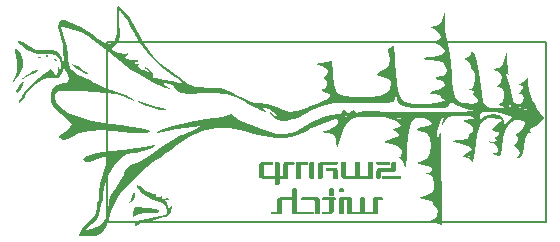
<source format=gbr>
%TF.GenerationSoftware,KiCad,Pcbnew,8.0.2-1*%
%TF.CreationDate,2024-09-02T18:13:03-04:00*%
%TF.ProjectId,usb-power,7573622d-706f-4776-9572-2e6b69636164,rev?*%
%TF.SameCoordinates,Original*%
%TF.FileFunction,Legend,Bot*%
%TF.FilePolarity,Positive*%
%FSLAX46Y46*%
G04 Gerber Fmt 4.6, Leading zero omitted, Abs format (unit mm)*
G04 Created by KiCad (PCBNEW 8.0.2-1) date 2024-09-02 18:13:03*
%MOMM*%
%LPD*%
G01*
G04 APERTURE LIST*
%ADD10C,0.200000*%
%ADD11C,0.275000*%
%ADD12C,0.000000*%
G04 APERTURE END LIST*
D10*
X131500000Y-85100000D02*
X168700000Y-85100000D01*
X168700000Y-100300000D01*
X131500000Y-100300000D01*
X131500000Y-85100000D01*
D11*
G36*
X154620648Y-96670000D02*
G01*
X154392818Y-96670000D01*
X154341234Y-96650216D01*
X154319204Y-96604933D01*
X154319204Y-96145952D01*
X154324517Y-96054156D01*
X154343384Y-95968339D01*
X154387605Y-95885635D01*
X154421297Y-95851835D01*
X154511920Y-95802644D01*
X154563691Y-95788527D01*
X154673880Y-95773241D01*
X154774863Y-95769623D01*
X155534116Y-95769623D01*
X155578178Y-95759511D01*
X155587850Y-95703677D01*
X155587850Y-95300530D01*
X155610955Y-95254808D01*
X155666301Y-95235024D01*
X155922609Y-95235024D01*
X155980104Y-95254368D01*
X156004284Y-95299211D01*
X156004284Y-95735331D01*
X155998971Y-95826399D01*
X155980104Y-95911625D01*
X155935177Y-95993166D01*
X155901116Y-96026810D01*
X155809269Y-96075208D01*
X155757110Y-96089239D01*
X155645712Y-96103814D01*
X155543788Y-96107264D01*
X154752295Y-96107264D01*
X154707159Y-96118255D01*
X154697487Y-96175408D01*
X154697487Y-96604933D01*
X154674919Y-96650655D01*
X154620648Y-96670000D01*
G37*
G36*
X156451346Y-96489309D02*
G01*
X156451346Y-96604933D01*
X156427703Y-96650655D01*
X156372895Y-96670000D01*
X154907047Y-96670000D01*
X154858687Y-96655052D01*
X154835045Y-96620321D01*
X154835045Y-96509972D01*
X154845791Y-96451060D01*
X154909734Y-96425122D01*
X156373970Y-96425122D01*
X156428241Y-96444466D01*
X156451346Y-96489309D01*
G37*
G36*
X155409455Y-95479902D02*
G01*
X154389594Y-95479902D01*
X154339622Y-95460118D01*
X154319204Y-95414396D01*
X154319204Y-95298332D01*
X154342846Y-95253928D01*
X154397654Y-95235024D01*
X155410530Y-95235024D01*
X155465338Y-95254808D01*
X155488443Y-95300530D01*
X155488443Y-95414396D01*
X155464800Y-95460558D01*
X155409455Y-95479902D01*
G37*
G36*
X151443391Y-95235024D02*
G01*
X151703998Y-95235024D01*
X151758806Y-95254368D01*
X151781911Y-95299651D01*
X151781911Y-96353461D01*
X151797494Y-96401381D01*
X151838331Y-96425122D01*
X152496566Y-96425122D01*
X152496566Y-95297013D01*
X152519671Y-95253489D01*
X152573405Y-95235024D01*
X152836698Y-95235024D01*
X152890432Y-95254368D01*
X152913000Y-95299651D01*
X152913000Y-96425122D01*
X153627654Y-96425122D01*
X153627654Y-95297013D01*
X153646999Y-95253928D01*
X153698583Y-95235024D01*
X153967250Y-95235024D01*
X154021520Y-95254368D01*
X154044089Y-95299651D01*
X154044089Y-96604494D01*
X154020983Y-96650655D01*
X153965100Y-96670000D01*
X151584172Y-96670000D01*
X151480467Y-96646259D01*
X151413300Y-96587348D01*
X151376761Y-96509972D01*
X151365477Y-96425561D01*
X151365477Y-95299651D01*
X151388583Y-95254808D01*
X151443391Y-95235024D01*
G37*
G36*
X149431074Y-96670000D02*
G01*
X149375728Y-96650655D01*
X149352086Y-96605373D01*
X149352086Y-95606078D01*
X149357399Y-95515422D01*
X149376266Y-95430662D01*
X149420719Y-95349311D01*
X149454717Y-95315917D01*
X149546078Y-95267330D01*
X149598185Y-95253489D01*
X149708204Y-95238558D01*
X149808820Y-95235024D01*
X150978059Y-95235024D01*
X151033405Y-95253049D01*
X151057047Y-95297013D01*
X151057047Y-95412637D01*
X151035554Y-95460558D01*
X150977522Y-95479902D01*
X149822791Y-95479902D01*
X149778192Y-95490453D01*
X149768520Y-95541451D01*
X149768520Y-96602295D01*
X149745414Y-96649776D01*
X149690069Y-96670000D01*
X149431074Y-96670000D01*
G37*
G36*
X150126384Y-95994717D02*
G01*
X150071039Y-95975373D01*
X150047396Y-95930090D01*
X150047396Y-95814466D01*
X150071039Y-95769183D01*
X150126922Y-95749839D01*
X150649211Y-95749839D01*
X150757013Y-95753896D01*
X150860920Y-95768304D01*
X150962234Y-95803710D01*
X151003851Y-95831172D01*
X151064251Y-95905110D01*
X151082302Y-95947236D01*
X151101419Y-96038566D01*
X151105945Y-96124410D01*
X151105945Y-96602295D01*
X151082302Y-96649776D01*
X151026419Y-96670000D01*
X150770648Y-96670000D01*
X150689511Y-96603175D01*
X150689511Y-96061981D01*
X150679839Y-96005708D01*
X150635240Y-95994717D01*
X150126384Y-95994717D01*
G37*
G36*
X146023837Y-96670000D02*
G01*
X145973865Y-96655052D01*
X145949685Y-96619881D01*
X145949685Y-96508213D01*
X145961507Y-96450181D01*
X146027061Y-96425122D01*
X146427375Y-96425122D01*
X146427375Y-95478143D01*
X146438659Y-95394173D01*
X146474661Y-95317236D01*
X146540753Y-95258764D01*
X146643384Y-95235024D01*
X147318813Y-95235024D01*
X147374158Y-95254808D01*
X147397264Y-95300969D01*
X147397264Y-95414396D01*
X147373621Y-95460558D01*
X147318276Y-95479902D01*
X146897543Y-95479902D01*
X146858855Y-95503642D01*
X146843809Y-95551123D01*
X146843809Y-96604494D01*
X146820167Y-96650655D01*
X146764821Y-96670000D01*
X146023837Y-96670000D01*
G37*
G36*
X147948031Y-96604494D02*
G01*
X147925463Y-96650655D01*
X147871193Y-96670000D01*
X147607899Y-96670000D01*
X147554165Y-96650655D01*
X147531597Y-96605373D01*
X147531597Y-95318115D01*
X147542881Y-95260083D01*
X147607361Y-95235024D01*
X148462798Y-95235024D01*
X148519755Y-95254808D01*
X148543935Y-95300969D01*
X148543935Y-95414396D01*
X148519755Y-95460558D01*
X148462798Y-95479902D01*
X147948031Y-95479902D01*
X147948031Y-96604494D01*
G37*
G36*
X148662686Y-95305806D02*
G01*
X148684717Y-95258325D01*
X148738987Y-95235024D01*
X148999057Y-95235024D01*
X149056015Y-95258764D01*
X149079120Y-95306685D01*
X149079120Y-96604494D01*
X149056552Y-96650655D01*
X149002281Y-96670000D01*
X148733614Y-96670000D01*
X148682030Y-96650216D01*
X148662686Y-96605373D01*
X148662686Y-95305806D01*
G37*
G36*
X145724542Y-95307124D02*
G01*
X145747648Y-95258764D01*
X145804068Y-95235024D01*
X146061451Y-95235024D01*
X146117871Y-95258764D01*
X146140976Y-95307124D01*
X146140976Y-97111395D01*
X146117333Y-97157117D01*
X146061988Y-97176461D01*
X145804068Y-97176461D01*
X145748722Y-97157117D01*
X145724542Y-97111835D01*
X145724542Y-96670000D01*
X144833642Y-96670000D01*
X144722951Y-96665493D01*
X144629455Y-96651974D01*
X144526942Y-96614533D01*
X144489748Y-96589546D01*
X144429117Y-96516023D01*
X144411297Y-96474361D01*
X144391745Y-96384021D01*
X144387117Y-96298946D01*
X144387117Y-95606078D01*
X144392430Y-95515422D01*
X144411297Y-95430662D01*
X144456687Y-95349311D01*
X144491360Y-95315917D01*
X144584199Y-95267330D01*
X144636978Y-95253489D01*
X144749320Y-95238558D01*
X144852449Y-95235024D01*
X145482742Y-95235024D01*
X145538087Y-95254368D01*
X145561730Y-95299651D01*
X145561730Y-95415275D01*
X145538087Y-95460558D01*
X145482742Y-95479902D01*
X144857822Y-95479902D01*
X144813223Y-95490453D01*
X144803551Y-95546287D01*
X144803551Y-96358297D01*
X144813223Y-96414570D01*
X144857822Y-96425122D01*
X145724542Y-96425122D01*
X145724542Y-95307124D01*
G37*
G36*
X154113942Y-98259024D02*
G01*
X154827522Y-98259024D01*
X154882330Y-98278368D01*
X154905973Y-98323651D01*
X154905973Y-98439275D01*
X154882330Y-98484558D01*
X154828059Y-98503902D01*
X154458911Y-98503902D01*
X154458911Y-99628494D01*
X154435805Y-99674655D01*
X154380997Y-99694000D01*
X152023712Y-99694000D01*
X151921081Y-99670259D01*
X151854451Y-99611787D01*
X151818450Y-99534411D01*
X151807166Y-99450001D01*
X151807166Y-98325849D01*
X151830271Y-98279247D01*
X151885079Y-98259024D01*
X152145687Y-98259024D01*
X152200495Y-98278368D01*
X152223600Y-98323651D01*
X152223600Y-99377461D01*
X152238645Y-99425381D01*
X152277333Y-99449122D01*
X152911388Y-99449122D01*
X152911388Y-98323651D01*
X152933956Y-98278368D01*
X152988227Y-98259024D01*
X153251520Y-98259024D01*
X153305254Y-98278368D01*
X153327822Y-98323651D01*
X153327822Y-99449122D01*
X154042476Y-99449122D01*
X154042476Y-98323651D01*
X154062358Y-98278808D01*
X154113942Y-98259024D01*
G37*
G36*
X151555156Y-99622339D02*
G01*
X151532588Y-99670699D01*
X151476705Y-99694000D01*
X151217173Y-99694000D01*
X151161827Y-99670699D01*
X151138722Y-99621899D01*
X151138722Y-98324530D01*
X151162365Y-98278808D01*
X151217173Y-98259024D01*
X152084430Y-98259024D01*
X152133328Y-98273972D01*
X152156971Y-98309143D01*
X152156971Y-98420810D01*
X152145687Y-98478842D01*
X152081744Y-98503902D01*
X151555156Y-98503902D01*
X151555156Y-99622339D01*
G37*
G36*
X151217173Y-97499331D02*
G01*
X151474019Y-97499331D01*
X151530976Y-97518675D01*
X151555156Y-97563958D01*
X151555156Y-97772785D01*
X151531513Y-97818068D01*
X151476168Y-97836972D01*
X151217173Y-97836972D01*
X151162365Y-97817628D01*
X151138722Y-97772346D01*
X151138722Y-97563518D01*
X151162365Y-97518675D01*
X151217173Y-97499331D01*
G37*
G36*
X149741116Y-98439275D02*
G01*
X149741116Y-98323651D01*
X149764758Y-98278368D01*
X149819567Y-98259024D01*
X150865219Y-98259024D01*
X150921102Y-98278368D01*
X150944744Y-98323651D01*
X150944744Y-98439275D01*
X150921102Y-98484558D01*
X150865219Y-98503902D01*
X150707780Y-98503902D01*
X150707780Y-99314153D01*
X150702585Y-99405414D01*
X150684137Y-99491327D01*
X150640147Y-99574599D01*
X150606761Y-99609150D01*
X150516877Y-99659758D01*
X150465442Y-99674655D01*
X150356198Y-99690297D01*
X150256419Y-99694000D01*
X149824940Y-99694000D01*
X149765833Y-99671578D01*
X149741116Y-99624097D01*
X149741116Y-99511990D01*
X149764758Y-99468026D01*
X149820104Y-99449122D01*
X150237613Y-99449122D01*
X150282211Y-99438570D01*
X150291346Y-99382297D01*
X150291346Y-98503902D01*
X149819029Y-98503902D01*
X149764758Y-98484558D01*
X149741116Y-98439275D01*
G37*
G36*
X150628792Y-97499331D02*
G01*
X150684137Y-97518675D01*
X150707780Y-97563078D01*
X150707780Y-98054593D01*
X150684137Y-98099436D01*
X150628792Y-98118340D01*
X150370334Y-98118340D01*
X150314989Y-98099436D01*
X150291346Y-98054593D01*
X150291346Y-97563078D01*
X150314989Y-97518675D01*
X150370334Y-97499331D01*
X150628792Y-97499331D01*
G37*
G36*
X149133391Y-98575563D02*
G01*
X149118345Y-98527642D01*
X149079120Y-98503902D01*
X148021109Y-98503902D01*
X147956629Y-98479282D01*
X147945882Y-98421690D01*
X147945882Y-98306065D01*
X147975435Y-98273532D01*
X148021646Y-98259024D01*
X149332204Y-98259024D01*
X149435910Y-98282764D01*
X149502539Y-98341676D01*
X149538541Y-98418612D01*
X149549825Y-98502583D01*
X149549825Y-99617942D01*
X149527257Y-99668501D01*
X149471374Y-99694000D01*
X149209155Y-99694000D01*
X149154347Y-99668940D01*
X149133391Y-99619261D01*
X149133391Y-98575563D01*
G37*
G36*
X148006601Y-99694000D02*
G01*
X147957166Y-99678612D01*
X147933523Y-99643881D01*
X147933523Y-99532213D01*
X147944270Y-99474181D01*
X148009287Y-99449122D01*
X148954996Y-99449122D01*
X149010341Y-99468905D01*
X149033984Y-99515067D01*
X149033984Y-99628494D01*
X149010341Y-99674655D01*
X148955533Y-99694000D01*
X148006601Y-99694000D01*
G37*
G36*
X145452651Y-99694000D02*
G01*
X145395694Y-99675095D01*
X145371513Y-99629373D01*
X145371513Y-99513748D01*
X145396231Y-99468466D01*
X145453188Y-99449122D01*
X145883593Y-99449122D01*
X145883593Y-98630517D01*
X145888788Y-98539546D01*
X145907236Y-98454662D01*
X145951457Y-98373311D01*
X145985149Y-98339917D01*
X146074779Y-98291330D01*
X146125931Y-98277489D01*
X146234741Y-98262558D01*
X146334416Y-98259024D01*
X147224779Y-98259024D01*
X147224779Y-97571431D01*
X147247885Y-97523071D01*
X147303230Y-97499331D01*
X147562763Y-97499331D01*
X147618645Y-97523071D01*
X147641213Y-97571431D01*
X147641213Y-99449122D01*
X148027019Y-99449122D01*
X148081827Y-99468466D01*
X148105470Y-99513748D01*
X148105470Y-99629373D01*
X148081827Y-99674655D01*
X148026482Y-99694000D01*
X147303230Y-99694000D01*
X147248422Y-99674655D01*
X147224779Y-99629373D01*
X147224779Y-98503902D01*
X146352686Y-98503902D01*
X146309699Y-98514453D01*
X146300027Y-98570287D01*
X146300027Y-99627175D01*
X146276384Y-99674216D01*
X146219964Y-99694000D01*
X145452651Y-99694000D01*
G37*
D12*
%TO.C,G\u002A\u002A\u002A*%
G36*
X156052381Y-85047739D02*
G01*
X155976786Y-85123334D01*
X155901191Y-85047739D01*
X155976786Y-84972143D01*
X156052381Y-85047739D01*
G37*
G36*
X125915080Y-86383254D02*
G01*
X125938733Y-86428730D01*
X125814286Y-86484048D01*
X125734246Y-86473137D01*
X125713492Y-86383254D01*
X125735652Y-86365160D01*
X125915080Y-86383254D01*
G37*
G36*
X126519842Y-86232064D02*
G01*
X126543495Y-86277539D01*
X126419048Y-86332858D01*
X126339008Y-86321947D01*
X126318254Y-86232064D01*
X126340414Y-86213969D01*
X126519842Y-86232064D01*
G37*
G36*
X127265033Y-86658599D02*
G01*
X127301819Y-86743091D01*
X127198361Y-86725271D01*
X127131197Y-86678600D01*
X127023810Y-86550721D01*
X127025282Y-86529584D01*
X127112800Y-86496289D01*
X127265033Y-86658599D01*
G37*
G36*
X128836926Y-87029751D02*
G01*
X129212121Y-87253161D01*
X129582842Y-87511889D01*
X129879613Y-87748113D01*
X129931309Y-87840798D01*
X129735840Y-87781755D01*
X129291117Y-87562794D01*
X128980719Y-87382161D01*
X128661312Y-87146598D01*
X128536986Y-86980532D01*
X128594056Y-86943713D01*
X128836926Y-87029751D01*
G37*
G36*
X124534551Y-88508462D02*
G01*
X124441132Y-88727092D01*
X124225014Y-89056689D01*
X124215785Y-89069182D01*
X123985203Y-89357715D01*
X123876231Y-89413593D01*
X123848810Y-89258283D01*
X123850385Y-89228581D01*
X123950554Y-88959312D01*
X124150022Y-88682487D01*
X124369156Y-88490033D01*
X124528322Y-88473877D01*
X124534551Y-88508462D01*
G37*
G36*
X125699049Y-87504340D02*
G01*
X125441202Y-87682724D01*
X125036858Y-87917454D01*
X124687064Y-88094433D01*
X124425132Y-88194992D01*
X124366001Y-88166520D01*
X124371435Y-88158361D01*
X124564839Y-87992474D01*
X124897900Y-87784955D01*
X125272524Y-87587722D01*
X125590621Y-87452697D01*
X125754100Y-87431798D01*
X125699049Y-87504340D01*
G37*
G36*
X133918891Y-97860869D02*
G01*
X133919152Y-98062485D01*
X133876619Y-98187383D01*
X133827381Y-98424285D01*
X133785107Y-98506680D01*
X133562798Y-98647663D01*
X133536140Y-98657674D01*
X133387400Y-98688439D01*
X133487203Y-98558005D01*
X133575847Y-98436705D01*
X133676191Y-98095477D01*
X133702945Y-97948333D01*
X133843557Y-97823334D01*
X133918891Y-97860869D01*
G37*
G36*
X134469941Y-90206940D02*
G01*
X134746129Y-90291644D01*
X135231747Y-90429635D01*
X135792857Y-90581796D01*
X136255783Y-90709407D01*
X136494098Y-90794276D01*
X136483982Y-90838119D01*
X136249351Y-90855263D01*
X136005849Y-90837749D01*
X135475441Y-90724308D01*
X134926434Y-90538370D01*
X134669589Y-90428379D01*
X134306796Y-90255138D01*
X134133720Y-90146784D01*
X134178667Y-90123868D01*
X134469941Y-90206940D01*
G37*
G36*
X123807336Y-85689978D02*
G01*
X124061962Y-85895697D01*
X124246691Y-86097015D01*
X124446788Y-86615285D01*
X124382855Y-87221226D01*
X124055034Y-87874433D01*
X123929149Y-88052043D01*
X123711163Y-88337064D01*
X123599433Y-88449524D01*
X123592651Y-88433434D01*
X123644192Y-88235589D01*
X123778427Y-87884562D01*
X123868291Y-87613181D01*
X123929580Y-86806928D01*
X123748537Y-85830634D01*
X123722499Y-85684325D01*
X123807336Y-85689978D01*
G37*
G36*
X134790585Y-99122390D02*
G01*
X135090516Y-99157964D01*
X135659730Y-99253766D01*
X135951686Y-99354730D01*
X135958038Y-99456746D01*
X135670440Y-99555705D01*
X135253934Y-99600171D01*
X134881709Y-99560753D01*
X134613959Y-99545234D01*
X134203274Y-99700677D01*
X133929027Y-99865669D01*
X133757105Y-99940000D01*
X133692144Y-99861030D01*
X133688114Y-99597558D01*
X133770050Y-99266568D01*
X133810527Y-99189927D01*
X133960561Y-99097573D01*
X134263028Y-99078482D01*
X134790585Y-99122390D01*
G37*
G36*
X134311752Y-97313279D02*
G01*
X134734524Y-97596548D01*
X134844728Y-97673493D01*
X135233062Y-97888254D01*
X135528773Y-97974524D01*
X135680377Y-98004017D01*
X135707252Y-98141912D01*
X135706358Y-98240186D01*
X135944048Y-98201310D01*
X135958738Y-98196697D01*
X136183151Y-98160447D01*
X136170834Y-98276905D01*
X136152703Y-98393419D01*
X136365962Y-98362548D01*
X136568867Y-98335033D01*
X136770724Y-98420214D01*
X136781078Y-98501067D01*
X136594460Y-98479707D01*
X136554883Y-98466056D01*
X136409508Y-98444947D01*
X136511012Y-98587272D01*
X136612426Y-98741888D01*
X136710627Y-99100893D01*
X136717420Y-99255203D01*
X136750117Y-99322319D01*
X136851191Y-99108453D01*
X136900188Y-98997739D01*
X136970012Y-98903732D01*
X136991755Y-99080595D01*
X136924523Y-99474008D01*
X136708111Y-99806204D01*
X136410764Y-99940000D01*
X136378962Y-99941184D01*
X136032096Y-100012067D01*
X135608358Y-100158861D01*
X135549305Y-100182321D01*
X135120779Y-100295324D01*
X134785583Y-100299541D01*
X134593803Y-100292962D01*
X134289676Y-100458656D01*
X134155549Y-100592311D01*
X133960059Y-100695953D01*
X133855760Y-100652985D01*
X133850782Y-100481296D01*
X134015698Y-100295031D01*
X134090081Y-100260094D01*
X134430211Y-100158677D01*
X134885044Y-100065047D01*
X135544433Y-99950885D01*
X136108380Y-99830560D01*
X136448134Y-99707542D01*
X136604990Y-99557039D01*
X136620248Y-99354258D01*
X136535204Y-99074408D01*
X136512860Y-99022927D01*
X136245637Y-98758550D01*
X135723523Y-98565091D01*
X135506254Y-98503505D01*
X135169575Y-98370854D01*
X135036905Y-98258957D01*
X135015056Y-98200797D01*
X134820415Y-98125715D01*
X134789170Y-98121787D01*
X134548771Y-97971913D01*
X134280953Y-97672143D01*
X134097244Y-97373956D01*
X134098073Y-97239290D01*
X134311752Y-97313279D01*
G37*
G36*
X132732980Y-82183451D02*
G01*
X133051390Y-82556382D01*
X133436894Y-83105442D01*
X133861121Y-83791473D01*
X134295699Y-84575317D01*
X134761442Y-85392974D01*
X135380754Y-86246458D01*
X136100025Y-86965653D01*
X137000872Y-87643117D01*
X137052957Y-87678323D01*
X137585353Y-88044504D01*
X138060586Y-88381380D01*
X138381253Y-88620018D01*
X138625296Y-88773543D01*
X138951663Y-88876701D01*
X139425708Y-88935325D01*
X140124619Y-88964674D01*
X140642646Y-88981290D01*
X141168654Y-89027962D01*
X141595445Y-89130847D01*
X142040104Y-89321174D01*
X142619718Y-89630174D01*
X142905965Y-89784537D01*
X143515138Y-90071429D01*
X144007045Y-90220872D01*
X144472151Y-90263810D01*
X145075328Y-90334726D01*
X145922619Y-90641786D01*
X146245512Y-90791694D01*
X146952017Y-90986312D01*
X147640804Y-90945719D01*
X148417262Y-90671158D01*
X148672899Y-90558322D01*
X149284837Y-90310121D01*
X149821816Y-90117274D01*
X149824834Y-90116303D01*
X150241152Y-89918450D01*
X150425721Y-89697767D01*
X150363892Y-89503264D01*
X150041015Y-89383949D01*
X149962116Y-89368555D01*
X149742863Y-89252563D01*
X149721939Y-89118506D01*
X149929167Y-89054286D01*
X150075528Y-88967220D01*
X150153383Y-88715031D01*
X150119935Y-88433205D01*
X149968315Y-88260986D01*
X149886335Y-88152734D01*
X150050659Y-87928457D01*
X150118546Y-87856049D01*
X150259870Y-87572366D01*
X150121062Y-87343003D01*
X149691026Y-87143748D01*
X149173215Y-86971900D01*
X150533929Y-86699552D01*
X150644757Y-87687931D01*
X150675697Y-87964930D01*
X150762643Y-88658548D01*
X150867899Y-89121427D01*
X151035762Y-89405918D01*
X151310534Y-89564373D01*
X151736512Y-89649143D01*
X152357997Y-89712579D01*
X152643640Y-89737000D01*
X153744500Y-89761645D01*
X154593628Y-89653613D01*
X155185014Y-89415071D01*
X155512644Y-89048183D01*
X155570506Y-88555118D01*
X155536180Y-88428800D01*
X155333479Y-88221968D01*
X154898549Y-88071548D01*
X154534956Y-87958147D01*
X154423347Y-87830316D01*
X154582300Y-87658740D01*
X154919670Y-87466786D01*
X155628284Y-87466786D01*
X155629281Y-87513737D01*
X155655457Y-87714552D01*
X155703583Y-87652897D01*
X155727890Y-87499467D01*
X155697981Y-87199325D01*
X155691956Y-87185846D01*
X155644627Y-87208579D01*
X155628284Y-87466786D01*
X154919670Y-87466786D01*
X155017652Y-87411037D01*
X155040075Y-87399027D01*
X155377699Y-87063809D01*
X155522501Y-86608106D01*
X155433571Y-86155418D01*
X155345580Y-85963550D01*
X155321201Y-85675974D01*
X155523215Y-85576905D01*
X155628283Y-85556409D01*
X155774531Y-85387917D01*
X155791839Y-85433068D01*
X155826138Y-85724027D01*
X155871348Y-86217654D01*
X155922266Y-86862024D01*
X155988554Y-87720517D01*
X156072778Y-88598912D01*
X156170906Y-89244444D01*
X156300408Y-89696140D01*
X156478758Y-89993023D01*
X156723425Y-90174121D01*
X157051882Y-90278459D01*
X157481600Y-90345061D01*
X157777019Y-90362419D01*
X158239550Y-90351683D01*
X158757577Y-90313361D01*
X159271573Y-90255523D01*
X159722012Y-90186241D01*
X160049368Y-90113587D01*
X160194115Y-90045632D01*
X160096727Y-89990449D01*
X159957823Y-89931241D01*
X159832143Y-89723557D01*
X159831591Y-89709459D01*
X159688189Y-89556971D01*
X159277778Y-89507858D01*
X158946959Y-89483356D01*
X158851164Y-89404394D01*
X159038686Y-89281453D01*
X159503136Y-89125375D01*
X159511488Y-89123007D01*
X159932303Y-88934453D01*
X160111514Y-88709668D01*
X160036535Y-88499305D01*
X159694782Y-88354016D01*
X159523685Y-88308344D01*
X159328711Y-88174447D01*
X159411152Y-88050490D01*
X159760151Y-87995953D01*
X159977391Y-87958235D01*
X160243457Y-87766451D01*
X160339137Y-87495202D01*
X160208607Y-87238745D01*
X160097483Y-87116023D01*
X160059725Y-86936331D01*
X160076585Y-86887979D01*
X159948535Y-86754707D01*
X159569966Y-86666891D01*
X158979307Y-86635239D01*
X158794426Y-86630742D01*
X158466982Y-86580616D01*
X158395834Y-86484048D01*
X158398478Y-86480042D01*
X158608609Y-86375329D01*
X158971721Y-86330793D01*
X159577379Y-86283220D01*
X159993053Y-86131364D01*
X160134524Y-85880165D01*
X160090457Y-85662809D01*
X159829347Y-85396769D01*
X159302977Y-85195248D01*
X158849405Y-85074276D01*
X159301130Y-84984247D01*
X159589917Y-84888203D01*
X159789741Y-84668463D01*
X159710673Y-84397062D01*
X159350176Y-84118804D01*
X158849405Y-83852737D01*
X159298323Y-83769202D01*
X159535787Y-83699699D01*
X159762635Y-83494526D01*
X159929263Y-83081584D01*
X160111286Y-82477500D01*
X160122905Y-83536315D01*
X160158587Y-84106114D01*
X160273047Y-84919913D01*
X160436905Y-85652500D01*
X160545100Y-86095461D01*
X160685919Y-86963044D01*
X160740129Y-87768686D01*
X160753565Y-88280179D01*
X160846552Y-89114834D01*
X161019899Y-89738644D01*
X161264063Y-90108976D01*
X161267436Y-90111731D01*
X161551702Y-90231892D01*
X161971063Y-90299648D01*
X162417904Y-90311916D01*
X162784607Y-90265614D01*
X162963556Y-90157658D01*
X162926386Y-89967566D01*
X162718153Y-89711029D01*
X162693186Y-89689338D01*
X162517361Y-89472172D01*
X162594575Y-89328126D01*
X162606940Y-89319747D01*
X162603088Y-89234439D01*
X162326786Y-89192721D01*
X162060891Y-89177769D01*
X162012469Y-89145315D01*
X162231872Y-89074757D01*
X162245578Y-89070831D01*
X162467928Y-88953458D01*
X162588346Y-88711166D01*
X162652307Y-88255324D01*
X162670575Y-87875497D01*
X162621445Y-87578451D01*
X162473950Y-87444320D01*
X162360469Y-87366516D01*
X162311764Y-87149033D01*
X162287994Y-86965216D01*
X162080527Y-86729330D01*
X161771338Y-86512766D01*
X162097794Y-86409153D01*
X162291137Y-86303432D01*
X162337618Y-86079780D01*
X162315714Y-85959603D01*
X162436190Y-85915754D01*
X162566846Y-86052701D01*
X162735346Y-86490788D01*
X162905894Y-87217706D01*
X163076788Y-88225910D01*
X163246327Y-89507858D01*
X163249320Y-89532696D01*
X163370261Y-90136263D01*
X163592386Y-90496638D01*
X163977083Y-90668817D01*
X164585743Y-90707798D01*
X164833197Y-90703201D01*
X165121099Y-90682501D01*
X165136318Y-90662063D01*
X166360077Y-90662063D01*
X166484524Y-90717381D01*
X166564564Y-90706470D01*
X166585318Y-90616588D01*
X166563158Y-90598493D01*
X166383731Y-90616588D01*
X166360077Y-90662063D01*
X165136318Y-90662063D01*
X165156485Y-90634979D01*
X164972619Y-90546790D01*
X164872627Y-90503195D01*
X165589317Y-90503195D01*
X165613528Y-90651807D01*
X165680662Y-90594539D01*
X165704817Y-90507109D01*
X165668726Y-90304757D01*
X165617115Y-90307099D01*
X165589317Y-90503195D01*
X164872627Y-90503195D01*
X164785252Y-90465101D01*
X164699890Y-90366183D01*
X164859227Y-90246480D01*
X165025142Y-90075441D01*
X165124465Y-89727136D01*
X165093069Y-89342689D01*
X164944389Y-89030329D01*
X164691860Y-88898287D01*
X164604558Y-88894026D01*
X164539491Y-88842327D01*
X164719321Y-88684380D01*
X164893141Y-88475796D01*
X164962149Y-88099423D01*
X164830636Y-87743270D01*
X164519048Y-87525633D01*
X164518935Y-87525602D01*
X164255905Y-87440853D01*
X164271817Y-87382633D01*
X164576606Y-87314506D01*
X164613568Y-87307156D01*
X164899212Y-87193588D01*
X165088664Y-86947029D01*
X165249529Y-86484048D01*
X165398920Y-85954881D01*
X165414620Y-86635239D01*
X165419751Y-86789440D01*
X165455125Y-87302262D01*
X165506954Y-87693572D01*
X165539323Y-87863106D01*
X165535862Y-87950282D01*
X165439921Y-87769167D01*
X165343670Y-87618506D01*
X165285627Y-87657826D01*
X165300790Y-87796132D01*
X165415297Y-88111397D01*
X165498930Y-88334055D01*
X165620907Y-88781811D01*
X165739276Y-89323295D01*
X165798701Y-89622403D01*
X165909239Y-90068914D01*
X166029684Y-90296795D01*
X166199533Y-90360500D01*
X166458286Y-90314479D01*
X166482030Y-90307466D01*
X166706338Y-90129249D01*
X166797630Y-89860303D01*
X166744786Y-89615037D01*
X166536687Y-89507858D01*
X166416070Y-89502626D01*
X166370665Y-89436430D01*
X166536687Y-89231369D01*
X166731956Y-88981159D01*
X166751222Y-88802735D01*
X166522322Y-88739969D01*
X166358066Y-88713815D01*
X166484524Y-88646165D01*
X166702602Y-88512403D01*
X166989013Y-88242327D01*
X166997849Y-88232118D01*
X167162238Y-88062769D01*
X167181901Y-88088597D01*
X167150510Y-88274125D01*
X167176886Y-88675984D01*
X167259668Y-89169247D01*
X167377877Y-89655780D01*
X167510538Y-90037451D01*
X167636675Y-90216128D01*
X167724504Y-90267628D01*
X167845238Y-90486382D01*
X167845987Y-90500333D01*
X167947163Y-90754551D01*
X168166964Y-91085610D01*
X168488689Y-91494617D01*
X167991817Y-92007259D01*
X167825299Y-92168009D01*
X167538313Y-92389624D01*
X167369442Y-92442336D01*
X167315140Y-92445954D01*
X167343497Y-92624212D01*
X167378656Y-92774908D01*
X167277055Y-92781059D01*
X167274259Y-92779353D01*
X167148836Y-92768887D01*
X167046259Y-92935927D01*
X166951649Y-93321836D01*
X166938096Y-93408095D01*
X166850128Y-93967977D01*
X166742110Y-94491242D01*
X166559381Y-94836732D01*
X166294255Y-94948400D01*
X166266095Y-94872297D01*
X166369850Y-94638487D01*
X166451962Y-94479888D01*
X166439426Y-94271509D01*
X166203191Y-94033725D01*
X166090716Y-93937533D01*
X165971501Y-93784308D01*
X166089798Y-93741191D01*
X166093157Y-93741158D01*
X166263774Y-93621195D01*
X166335723Y-93361765D01*
X166299186Y-93100656D01*
X166144346Y-92975655D01*
X166107308Y-92932494D01*
X166296765Y-92828882D01*
X166550183Y-92645898D01*
X166783622Y-92349757D01*
X166924518Y-92048203D01*
X166907686Y-91846099D01*
X166717712Y-91773163D01*
X166484524Y-91729924D01*
X166368270Y-91708368D01*
X166035796Y-91728233D01*
X165604965Y-91983161D01*
X165272289Y-92480016D01*
X165123810Y-92966441D01*
X165056475Y-93187034D01*
X164976226Y-94072447D01*
X164975453Y-94125408D01*
X164905788Y-94574726D01*
X164718827Y-94750634D01*
X164406853Y-94661114D01*
X164303332Y-94599601D01*
X164222363Y-94519046D01*
X164405655Y-94501741D01*
X164440465Y-94500014D01*
X164653718Y-94388794D01*
X164666855Y-94161294D01*
X164501399Y-93896225D01*
X164178869Y-93672298D01*
X164146968Y-93657936D01*
X163870196Y-93526906D01*
X163859367Y-93493298D01*
X164103274Y-93537065D01*
X164215467Y-93553097D01*
X164466749Y-93511960D01*
X164522016Y-93383830D01*
X164330060Y-93236560D01*
X164254152Y-93186425D01*
X164389479Y-93148365D01*
X164515408Y-93116468D01*
X164724913Y-92909643D01*
X164706924Y-92735143D01*
X164438708Y-92682858D01*
X164261034Y-92672666D01*
X164089212Y-92581726D01*
X164186534Y-92386595D01*
X164555318Y-92075187D01*
X165045159Y-91713031D01*
X164668711Y-91608253D01*
X164622273Y-91595506D01*
X164116263Y-91502169D01*
X163745889Y-91568209D01*
X163386967Y-91813512D01*
X163287876Y-91906809D01*
X163122816Y-92131860D01*
X162996572Y-92453214D01*
X162886293Y-92939073D01*
X162769128Y-93657642D01*
X162662737Y-94323927D01*
X162560032Y-94872004D01*
X162477426Y-95211459D01*
X162422387Y-95312040D01*
X162402381Y-95143494D01*
X162289008Y-95005143D01*
X162175596Y-94957680D01*
X161989918Y-94879974D01*
X161577455Y-94776452D01*
X161664017Y-94723929D01*
X162100000Y-94723929D01*
X162175596Y-94799524D01*
X162251191Y-94723929D01*
X162175596Y-94648334D01*
X162100000Y-94723929D01*
X161664017Y-94723929D01*
X161989918Y-94526184D01*
X162006088Y-94516288D01*
X162286524Y-94312200D01*
X162402381Y-94165064D01*
X162401635Y-94153278D01*
X162243158Y-93976774D01*
X161853135Y-93802782D01*
X161296417Y-93660867D01*
X161264187Y-93654709D01*
X160902962Y-93556925D01*
X160834007Y-93469913D01*
X161047804Y-93405126D01*
X161534836Y-93374014D01*
X161904614Y-93350960D01*
X162104782Y-93269299D01*
X162131170Y-93098631D01*
X162141116Y-92953606D01*
X162294960Y-92834048D01*
X162333183Y-92830144D01*
X162477799Y-92681293D01*
X162482648Y-92410579D01*
X162339385Y-92147031D01*
X162197557Y-92034695D01*
X161873215Y-91850229D01*
X161717645Y-91767109D01*
X161754371Y-91706987D01*
X162062203Y-91660122D01*
X162113626Y-91654073D01*
X162471383Y-91579677D01*
X162559719Y-91492374D01*
X162407115Y-91409076D01*
X162287193Y-91388584D01*
X163082738Y-91388584D01*
X163092504Y-91626554D01*
X163171486Y-91658419D01*
X163394864Y-91464179D01*
X163773490Y-91242456D01*
X164232552Y-91174965D01*
X164669161Y-91258675D01*
X164995514Y-91476047D01*
X165123810Y-91809543D01*
X165123810Y-92135113D01*
X165432080Y-91804223D01*
X165696057Y-91572868D01*
X165923450Y-91463384D01*
X165937614Y-91462111D01*
X165913222Y-91421396D01*
X165677444Y-91341131D01*
X165613528Y-91323822D01*
X165306310Y-91240624D01*
X164875850Y-91139184D01*
X164462094Y-91056119D01*
X164141072Y-91010738D01*
X163762346Y-90992222D01*
X163385119Y-90996963D01*
X163167368Y-91085164D01*
X163082738Y-91388584D01*
X162287193Y-91388584D01*
X162042054Y-91346695D01*
X161493016Y-91322143D01*
X161205612Y-91323013D01*
X160755740Y-91341909D01*
X160483915Y-91409394D01*
X160304751Y-91556313D01*
X160132867Y-91813512D01*
X160000097Y-92022135D01*
X159860630Y-92189212D01*
X159853244Y-92084782D01*
X159979592Y-91709962D01*
X160045415Y-91517431D01*
X160066473Y-91339536D01*
X159969546Y-91414249D01*
X159780637Y-91737917D01*
X159732251Y-91841271D01*
X159595492Y-92219270D01*
X159489659Y-92624271D01*
X159429501Y-92977348D01*
X159429763Y-93199574D01*
X159505195Y-93212024D01*
X159614726Y-93032855D01*
X159723908Y-92682858D01*
X159739320Y-92659896D01*
X159757908Y-92852932D01*
X159770661Y-93279848D01*
X159776540Y-93899854D01*
X159774508Y-94672159D01*
X159772853Y-95185150D01*
X159779279Y-95900216D01*
X159795402Y-96453487D01*
X159819616Y-96798113D01*
X159850319Y-96887247D01*
X159858437Y-96881440D01*
X159890126Y-97026083D01*
X159913337Y-97411181D01*
X159925968Y-97986269D01*
X159925915Y-98700878D01*
X159924195Y-98855901D01*
X159908547Y-99559044D01*
X159883249Y-100121824D01*
X159851408Y-100490235D01*
X159816128Y-100610271D01*
X159623407Y-100520318D01*
X159619118Y-100518562D01*
X159286962Y-100382542D01*
X159278436Y-100379203D01*
X158993745Y-100256665D01*
X158970874Y-100178021D01*
X159189584Y-100080493D01*
X159246883Y-100053967D01*
X159477789Y-99798421D01*
X159551053Y-99447013D01*
X159464161Y-99116124D01*
X159214600Y-98922132D01*
X159021063Y-98835947D01*
X159087898Y-98723241D01*
X159122538Y-98682099D01*
X158997386Y-98576233D01*
X158609310Y-98465819D01*
X157942262Y-98324872D01*
X158583117Y-98058369D01*
X158796652Y-97966585D01*
X159083170Y-97795401D01*
X159193325Y-97577059D01*
X159201168Y-97209903D01*
X159191853Y-97026762D01*
X159128293Y-96611224D01*
X158978658Y-96387098D01*
X158698215Y-96270862D01*
X158573263Y-96238157D01*
X158508989Y-96198059D01*
X158736012Y-96177777D01*
X158946149Y-96121440D01*
X159076191Y-95928708D01*
X159062455Y-95803788D01*
X158967056Y-95690419D01*
X158718210Y-95593284D01*
X158244643Y-95473353D01*
X157791072Y-95365973D01*
X158220484Y-95182997D01*
X158377964Y-95110014D01*
X158489561Y-95026310D01*
X159584982Y-95026310D01*
X159588902Y-95511788D01*
X159600944Y-95847435D01*
X159619118Y-95931824D01*
X159641402Y-95739397D01*
X159654099Y-95503164D01*
X159663469Y-94830119D01*
X159640686Y-94227492D01*
X159621015Y-94074105D01*
X159602146Y-94153068D01*
X159589458Y-94480177D01*
X159584982Y-95026310D01*
X158489561Y-95026310D01*
X158711840Y-94859589D01*
X158876954Y-94492598D01*
X158922685Y-93920240D01*
X158922060Y-93826307D01*
X158839629Y-93186073D01*
X158616383Y-92807415D01*
X158248247Y-92682858D01*
X158000176Y-92650259D01*
X157793811Y-92536100D01*
X157826456Y-92414333D01*
X158131215Y-92282466D01*
X158707107Y-92167940D01*
X158873624Y-92106762D01*
X159000596Y-91918164D01*
X158965838Y-91839308D01*
X158724972Y-91683936D01*
X158348191Y-91559901D01*
X157946571Y-91498578D01*
X157631190Y-91531343D01*
X157359871Y-91768336D01*
X157140367Y-92292371D01*
X157005463Y-93076967D01*
X156959524Y-94105388D01*
X156955016Y-94457143D01*
X156925436Y-95033053D01*
X156874210Y-95447899D01*
X156808334Y-95631072D01*
X156725477Y-95639991D01*
X156657143Y-95467674D01*
X156608273Y-95282305D01*
X156392560Y-95009988D01*
X156256371Y-94874395D01*
X156316965Y-94804333D01*
X156438235Y-94716900D01*
X156505953Y-94439891D01*
X156473425Y-94255053D01*
X156282205Y-94029607D01*
X155879782Y-93841096D01*
X155220834Y-93662090D01*
X155214202Y-93660573D01*
X154979069Y-93597648D01*
X154942385Y-93537609D01*
X155134656Y-93450909D01*
X155586387Y-93307999D01*
X156020011Y-93168634D01*
X156246173Y-93059189D01*
X156271486Y-92948859D01*
X156142552Y-92794627D01*
X155939460Y-92626741D01*
X155701403Y-92513779D01*
X155687183Y-92511773D01*
X155717457Y-92469157D01*
X155976786Y-92398901D01*
X155990017Y-92396006D01*
X156292802Y-92284042D01*
X156401795Y-92152206D01*
X156328586Y-92029810D01*
X156291766Y-92003867D01*
X156024019Y-91815218D01*
X155574060Y-91619114D01*
X155265424Y-91533180D01*
X156093329Y-91533180D01*
X156095670Y-91584791D01*
X156291766Y-91612588D01*
X156440379Y-91588377D01*
X156383110Y-91521244D01*
X156295681Y-91497088D01*
X156093329Y-91533180D01*
X155265424Y-91533180D01*
X155074623Y-91480055D01*
X154621622Y-91436595D01*
X154379883Y-91444983D01*
X153779486Y-91457091D01*
X153167592Y-91460964D01*
X152723812Y-91480057D01*
X152252105Y-91598696D01*
X151902498Y-91868976D01*
X151743453Y-92133305D01*
X151619092Y-92339990D01*
X151345989Y-93060834D01*
X150994181Y-94119167D01*
X150915245Y-93514405D01*
X150896624Y-93379076D01*
X150811624Y-93054244D01*
X150622897Y-92904460D01*
X150231548Y-92830849D01*
X149626786Y-92752055D01*
X150307143Y-92516626D01*
X150566847Y-92416476D01*
X150907810Y-92202445D01*
X151037746Y-91938113D01*
X151044723Y-91720221D01*
X150920824Y-91648080D01*
X150584174Y-91696407D01*
X150386938Y-91752792D01*
X149910999Y-91933429D01*
X149304768Y-92195873D01*
X148652400Y-92504904D01*
X148463796Y-92598035D01*
X147858767Y-92885685D01*
X147404423Y-93064812D01*
X147006870Y-93159958D01*
X146572216Y-93195666D01*
X146006567Y-93196476D01*
X145842481Y-93193128D01*
X144795255Y-93093555D01*
X143881548Y-92846631D01*
X143165661Y-92610578D01*
X141906246Y-92358614D01*
X140726398Y-92364516D01*
X139583075Y-92635781D01*
X138433234Y-93179906D01*
X137233832Y-94004386D01*
X137081802Y-94121698D01*
X136526103Y-94530332D01*
X136016180Y-94878042D01*
X135646332Y-95099760D01*
X135395197Y-95256444D01*
X134898903Y-95645662D01*
X134312988Y-96168180D01*
X133699912Y-96764862D01*
X133122133Y-97376570D01*
X132642110Y-97944170D01*
X132360557Y-98384397D01*
X132046481Y-99027693D01*
X131795354Y-99699169D01*
X131654275Y-100144567D01*
X131425051Y-100763625D01*
X131196096Y-101163933D01*
X130921248Y-101394122D01*
X130554347Y-101502821D01*
X130049230Y-101538659D01*
X129634770Y-101542668D01*
X129277792Y-101529327D01*
X129140477Y-101499810D01*
X129207778Y-101275908D01*
X129439496Y-100894023D01*
X129768435Y-100488341D01*
X130123056Y-100156657D01*
X130427910Y-99892365D01*
X130608448Y-99586397D01*
X130652381Y-99166103D01*
X130655229Y-99046532D01*
X130701983Y-98713188D01*
X130787922Y-98579286D01*
X130830400Y-98537914D01*
X130877972Y-98278955D01*
X130875594Y-97861131D01*
X130874755Y-97848131D01*
X130925232Y-97109760D01*
X131187553Y-96311429D01*
X131386332Y-95800142D01*
X131527428Y-95273298D01*
X131537440Y-94925231D01*
X131409955Y-94799524D01*
X131299597Y-94820265D01*
X130959236Y-94923957D01*
X130507722Y-95085514D01*
X130492784Y-95091180D01*
X130027531Y-95246539D01*
X129754304Y-95273875D01*
X129597093Y-95181169D01*
X129526038Y-95021141D01*
X129652503Y-94821543D01*
X130046495Y-94643436D01*
X130716676Y-94484298D01*
X131671704Y-94341606D01*
X132920238Y-94212835D01*
X133371857Y-94169441D01*
X134081737Y-94086961D01*
X134681218Y-94000634D01*
X135074703Y-93923306D01*
X135193827Y-93894139D01*
X135513426Y-93846684D01*
X135641667Y-93880693D01*
X135598666Y-93933349D01*
X135340478Y-94062077D01*
X134926493Y-94210659D01*
X134446680Y-94351257D01*
X133991009Y-94456032D01*
X133649451Y-94497143D01*
X133219837Y-94610948D01*
X132711675Y-94941547D01*
X132221924Y-95428032D01*
X131824635Y-96009048D01*
X131696390Y-96263544D01*
X131436412Y-96888285D01*
X131243957Y-97500581D01*
X131143275Y-98015290D01*
X131158619Y-98347268D01*
X131186272Y-98467302D01*
X131120870Y-98579286D01*
X131075958Y-98616746D01*
X130985611Y-98870273D01*
X130914635Y-99284191D01*
X130830896Y-99732576D01*
X130634185Y-100108130D01*
X130252412Y-100485840D01*
X129669643Y-100982584D01*
X130270664Y-100889555D01*
X130356025Y-100873772D01*
X130812628Y-100712578D01*
X131136765Y-100481656D01*
X131420781Y-99993295D01*
X131629996Y-99323141D01*
X131709871Y-98622345D01*
X131793351Y-98199433D01*
X132131204Y-97639607D01*
X132295448Y-97425422D01*
X132630013Y-96907080D01*
X132924954Y-96360744D01*
X132992249Y-96222825D01*
X133251355Y-95789824D01*
X133546376Y-95521748D01*
X133978572Y-95318420D01*
X134212750Y-95218559D01*
X134798205Y-94913933D01*
X135339286Y-94572308D01*
X135445093Y-94496779D01*
X136281394Y-93905275D01*
X136906767Y-93475469D01*
X137348938Y-93189332D01*
X137635633Y-93028838D01*
X137794581Y-92975960D01*
X137930424Y-92942453D01*
X138288214Y-92804113D01*
X138741072Y-92596828D01*
X139497024Y-92226976D01*
X138816667Y-92302710D01*
X138150219Y-92383725D01*
X137401378Y-92488260D01*
X136716248Y-92596389D01*
X136173748Y-92695581D01*
X135852793Y-92773306D01*
X135734495Y-92810205D01*
X135692847Y-92788972D01*
X135893855Y-92625974D01*
X135916363Y-92610386D01*
X136250591Y-92458026D01*
X136794528Y-92277525D01*
X137469428Y-92089458D01*
X138196546Y-91914403D01*
X138897135Y-91772936D01*
X139492452Y-91685635D01*
X139841899Y-91648705D01*
X140667748Y-91550814D01*
X141244435Y-91461340D01*
X141611158Y-91373417D01*
X141807111Y-91280178D01*
X142031147Y-91233744D01*
X142336278Y-91437453D01*
X142362600Y-91460226D01*
X142709549Y-91673947D01*
X143275417Y-91944302D01*
X143997668Y-92245047D01*
X144813766Y-92549938D01*
X145661171Y-92832733D01*
X145878076Y-92890023D01*
X146635191Y-92924672D01*
X147436559Y-92700138D01*
X148320471Y-92207417D01*
X148836277Y-91900117D01*
X149663100Y-91524625D01*
X150069864Y-91397739D01*
X151667857Y-91397739D01*
X151743453Y-91473334D01*
X151819048Y-91397739D01*
X151743453Y-91322143D01*
X151667857Y-91397739D01*
X150069864Y-91397739D01*
X150482863Y-91268908D01*
X151185411Y-91172747D01*
X151390514Y-91135411D01*
X151441072Y-91019762D01*
X151426849Y-90941868D01*
X151583339Y-90868572D01*
X151696003Y-90887239D01*
X151819048Y-91021044D01*
X151892825Y-91079781D01*
X152141182Y-90983246D01*
X152190069Y-90955022D01*
X152423393Y-90869807D01*
X152531355Y-90980757D01*
X152604584Y-91074233D01*
X152851780Y-91035023D01*
X152928205Y-91010250D01*
X153287605Y-90970032D01*
X153828086Y-90958833D01*
X154464881Y-90979567D01*
X154816652Y-90997698D01*
X156134184Y-91039300D01*
X157662701Y-91054084D01*
X159333178Y-91041813D01*
X161076590Y-91002250D01*
X162850203Y-90948454D01*
X162269203Y-90813254D01*
X166813649Y-90813254D01*
X166938096Y-90868572D01*
X167018135Y-90857661D01*
X167038889Y-90767778D01*
X167016730Y-90749684D01*
X166837302Y-90767778D01*
X166813649Y-90813254D01*
X162269203Y-90813254D01*
X161908137Y-90729233D01*
X161453704Y-90602366D01*
X161044274Y-90441368D01*
X160838038Y-90298578D01*
X160801957Y-90245143D01*
X160672593Y-90198532D01*
X160489286Y-90402263D01*
X160462681Y-90438863D01*
X160334433Y-90565109D01*
X160140931Y-90646168D01*
X159822909Y-90691733D01*
X159321103Y-90711497D01*
X158576249Y-90715153D01*
X158388223Y-90714341D01*
X157501796Y-90686315D01*
X156866572Y-90609376D01*
X156440777Y-90471037D01*
X156182636Y-90258814D01*
X156050375Y-89960220D01*
X155959711Y-89583453D01*
X155867006Y-89931295D01*
X155863013Y-89946243D01*
X155820586Y-90069301D01*
X155740401Y-90156676D01*
X155655457Y-90186456D01*
X155578361Y-90213485D01*
X155290369Y-90244849D01*
X154832328Y-90255887D01*
X154160141Y-90251718D01*
X153229710Y-90237461D01*
X152592350Y-90230151D01*
X151549932Y-90241870D01*
X150718513Y-90297537D01*
X150038502Y-90408698D01*
X149450307Y-90586902D01*
X148894340Y-90843696D01*
X148311007Y-91190627D01*
X147684270Y-91519747D01*
X146824155Y-91742088D01*
X146780764Y-91746153D01*
X146300357Y-91758844D01*
X145959856Y-91661887D01*
X145614820Y-91416380D01*
X145496856Y-91312902D01*
X145298627Y-91103188D01*
X145287745Y-91019762D01*
X145396110Y-91056164D01*
X145620238Y-91246548D01*
X145754114Y-91365580D01*
X146042648Y-91473334D01*
X146071246Y-91422415D01*
X145905747Y-91251234D01*
X145563977Y-91001151D01*
X145253544Y-90811528D01*
X144919251Y-90651940D01*
X144748684Y-90631396D01*
X144728693Y-90708489D01*
X144868665Y-90874477D01*
X145014530Y-90982672D01*
X144963417Y-91007684D01*
X144683065Y-90919506D01*
X144199189Y-90723922D01*
X144005919Y-90636762D01*
X143492346Y-90372157D01*
X143090523Y-90122843D01*
X142478292Y-89796720D01*
X141587731Y-89542725D01*
X140545100Y-89416909D01*
X139420041Y-89432372D01*
X138809125Y-89471606D01*
X138296809Y-89470479D01*
X137929125Y-89411852D01*
X137867735Y-89387261D01*
X137622607Y-89289068D01*
X137552518Y-89250968D01*
X137288602Y-89058243D01*
X137222523Y-88913846D01*
X137228934Y-88869053D01*
X137079698Y-88745598D01*
X136768789Y-88646098D01*
X136397619Y-88608137D01*
X136383841Y-88608676D01*
X136338324Y-88677467D01*
X136548810Y-88841485D01*
X136926786Y-89071539D01*
X136473215Y-88975000D01*
X136099452Y-88845282D01*
X135538339Y-88582584D01*
X134880929Y-88233095D01*
X134205281Y-87840365D01*
X133589455Y-87447948D01*
X133111509Y-87099395D01*
X132652819Y-86726471D01*
X131723795Y-85979758D01*
X131381564Y-85712526D01*
X131891219Y-85712526D01*
X132253871Y-85950145D01*
X132507882Y-86069515D01*
X133032964Y-86098819D01*
X133264692Y-86054762D01*
X133341598Y-86080370D01*
X133181300Y-86228407D01*
X133054377Y-86337876D01*
X133019236Y-86453184D01*
X133256895Y-86539024D01*
X133525575Y-86594603D01*
X133978572Y-86643801D01*
X134165081Y-86653200D01*
X134245254Y-86690432D01*
X134054167Y-86786429D01*
X133751786Y-86916367D01*
X134054167Y-86929308D01*
X134234993Y-86964061D01*
X134166763Y-87062743D01*
X134126240Y-87099759D01*
X134184099Y-87244423D01*
X134525660Y-87444884D01*
X134647129Y-87500005D01*
X134980855Y-87618716D01*
X135153169Y-87627705D01*
X135111048Y-87536452D01*
X134869867Y-87404022D01*
X134837839Y-87390999D01*
X134655828Y-87288682D01*
X134763749Y-87249584D01*
X134951939Y-87307493D01*
X135206636Y-87523540D01*
X135385986Y-87797750D01*
X135399653Y-88020592D01*
X135432505Y-88104558D01*
X135670542Y-88155859D01*
X135968574Y-88193577D01*
X136462930Y-88291940D01*
X137030620Y-88428335D01*
X137080070Y-88441099D01*
X137553491Y-88547185D01*
X137867735Y-88588237D01*
X137957016Y-88555243D01*
X137797996Y-88412867D01*
X137454616Y-88164943D01*
X137002938Y-87866992D01*
X136348893Y-87380603D01*
X135618012Y-86707895D01*
X134918492Y-85951155D01*
X134325334Y-85191844D01*
X133913536Y-84511424D01*
X133875314Y-84433011D01*
X133582605Y-83872566D01*
X133268488Y-83325328D01*
X132972872Y-82855229D01*
X132735670Y-82526201D01*
X132596791Y-82402176D01*
X132580762Y-82422697D01*
X132554812Y-82656811D01*
X132554061Y-83096873D01*
X132579457Y-83673433D01*
X132607409Y-84166423D01*
X132613267Y-84621063D01*
X132569576Y-84913278D01*
X132461699Y-85122647D01*
X132275002Y-85328744D01*
X131891219Y-85712526D01*
X131381564Y-85712526D01*
X130975138Y-85395168D01*
X130372089Y-84948660D01*
X129879889Y-84616193D01*
X129463778Y-84373727D01*
X129089000Y-84197223D01*
X128720794Y-84062640D01*
X128716078Y-84061117D01*
X128214788Y-83914779D01*
X127835334Y-83832641D01*
X127659535Y-83832450D01*
X127647558Y-83861232D01*
X127687812Y-84095352D01*
X127831131Y-84456025D01*
X127833644Y-84461339D01*
X127975301Y-84889672D01*
X128101129Y-85489720D01*
X128184156Y-86133330D01*
X128220018Y-86533299D01*
X128283020Y-86973412D01*
X128388443Y-87256979D01*
X128575731Y-87472802D01*
X128884327Y-87709681D01*
X129091377Y-87852357D01*
X129449573Y-88063916D01*
X129671938Y-88147143D01*
X129907324Y-88231026D01*
X130225478Y-88438050D01*
X130275618Y-88473901D01*
X130645436Y-88671918D01*
X131184800Y-88903128D01*
X131795569Y-89124617D01*
X131908440Y-89162313D01*
X132548137Y-89392075D01*
X133124652Y-89622935D01*
X133525000Y-89810111D01*
X133748242Y-89938412D01*
X133932813Y-90072335D01*
X133884030Y-90093578D01*
X133631564Y-90002958D01*
X133205087Y-89801294D01*
X132912712Y-89689045D01*
X132270244Y-89537092D01*
X131425290Y-89405886D01*
X130437088Y-89302545D01*
X129364875Y-89234189D01*
X128267890Y-89207937D01*
X127807819Y-89214508D01*
X127467477Y-89258288D01*
X127277696Y-89366213D01*
X127156015Y-89564744D01*
X127101029Y-89735603D01*
X127169211Y-90177644D01*
X127539753Y-90622282D01*
X128212645Y-91069505D01*
X128723197Y-91310386D01*
X129404876Y-91544872D01*
X130250474Y-91754760D01*
X131306099Y-91951314D01*
X132617857Y-92145801D01*
X132674535Y-92153488D01*
X133607691Y-92283155D01*
X134282315Y-92385759D01*
X134738039Y-92469767D01*
X135014490Y-92543644D01*
X135151299Y-92615857D01*
X135188096Y-92694870D01*
X135113551Y-92757479D01*
X134792342Y-92811762D01*
X134270135Y-92828884D01*
X133604404Y-92809429D01*
X132852625Y-92753982D01*
X132072273Y-92663130D01*
X131052717Y-92583459D01*
X130048328Y-92635936D01*
X129190205Y-92820983D01*
X128545060Y-93129775D01*
X128183252Y-93346251D01*
X127794411Y-93422006D01*
X127503236Y-93243178D01*
X127455071Y-93120383D01*
X127575347Y-92934388D01*
X127938295Y-92678320D01*
X128113672Y-92559104D01*
X128416082Y-92284770D01*
X128535715Y-92064329D01*
X128484012Y-91938685D01*
X128235088Y-91672114D01*
X127849563Y-91385851D01*
X127609376Y-91216774D01*
X127200553Y-90849034D01*
X126942421Y-90509151D01*
X126798713Y-90137825D01*
X126743796Y-89548353D01*
X126906069Y-89058782D01*
X127261112Y-88724455D01*
X127784507Y-88600715D01*
X127927580Y-88593517D01*
X128253963Y-88463247D01*
X128323825Y-88178602D01*
X128132277Y-87751527D01*
X127857053Y-87331481D01*
X127715199Y-87734839D01*
X127708639Y-87753293D01*
X127577742Y-88002204D01*
X127358841Y-88104191D01*
X126946328Y-88110909D01*
X126850340Y-88108199D01*
X126443144Y-88150652D01*
X126045918Y-88317232D01*
X125545587Y-88651585D01*
X125183388Y-88940814D01*
X124847542Y-89263886D01*
X124684453Y-89494955D01*
X124545776Y-89746864D01*
X124270432Y-90054882D01*
X124126316Y-90178121D01*
X124033940Y-90230595D01*
X124088516Y-90094986D01*
X124292580Y-89734643D01*
X124317989Y-89691196D01*
X124748784Y-89093052D01*
X125348065Y-88492319D01*
X126171400Y-87832748D01*
X126755299Y-87399520D01*
X127316131Y-88071548D01*
X127339049Y-87466786D01*
X127346319Y-87284462D01*
X127366088Y-87028962D01*
X127403371Y-87046340D01*
X127477381Y-87315596D01*
X127512582Y-87451457D01*
X127568596Y-87614913D01*
X127595548Y-87520154D01*
X127610684Y-87145120D01*
X127611670Y-86999935D01*
X127539409Y-86558676D01*
X127311224Y-86285574D01*
X126880696Y-86146435D01*
X126201403Y-86107068D01*
X126197167Y-86107063D01*
X125629646Y-86082899D01*
X125196816Y-85982657D01*
X124781016Y-85761951D01*
X124264584Y-85376391D01*
X124104256Y-85228743D01*
X124000000Y-85068869D01*
X124002907Y-85037667D01*
X124118231Y-84979652D01*
X124417449Y-85104710D01*
X124922190Y-85421103D01*
X125065470Y-85515935D01*
X125473059Y-85737192D01*
X125847725Y-85813458D01*
X126343453Y-85784057D01*
X126490587Y-85768367D01*
X126913004Y-85755448D01*
X127186349Y-85840737D01*
X127427477Y-86053251D01*
X127669186Y-86412882D01*
X127831931Y-86862024D01*
X127846730Y-86930746D01*
X127863127Y-86874226D01*
X127858884Y-86574453D01*
X127833901Y-86071184D01*
X127825170Y-85941971D01*
X127754768Y-85301218D01*
X127653497Y-84746977D01*
X127540174Y-84387144D01*
X127510203Y-84322729D01*
X127407761Y-83884816D01*
X127464237Y-83506212D01*
X127652287Y-83264628D01*
X127944569Y-83237775D01*
X128170518Y-83314557D01*
X129314223Y-83841018D01*
X130484022Y-84593460D01*
X130542028Y-84635912D01*
X131198345Y-85065586D01*
X131686575Y-85260326D01*
X132025867Y-85208398D01*
X132235369Y-84898069D01*
X132334231Y-84317606D01*
X132341602Y-83455277D01*
X132337228Y-83284941D01*
X132342594Y-82662008D01*
X132382739Y-82225274D01*
X132453154Y-82032281D01*
X132510035Y-82025807D01*
X132732980Y-82183451D01*
G37*
%TD*%
M02*

</source>
